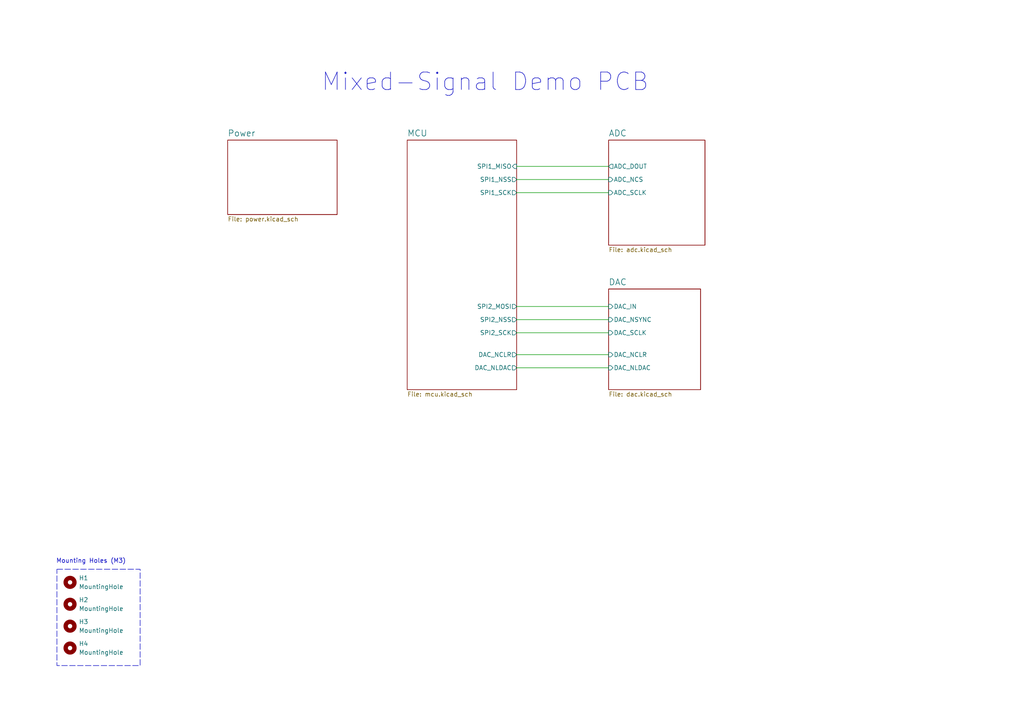
<source format=kicad_sch>
(kicad_sch (version 20231120) (generator "eeschema") (generator_version "8.0")
  (paper "A4")
  (title_block (title "Mixed-Signal Demo PCB") (date "2024-12-21") (rev "0.1") (company "Maanika"))
  (lib_symbols
    (symbol "Mechanical:MountingHole" (pin_names (offset 1.016)) (exclude_from_sim yes) (in_bom no)
      (property "Reference" "H" (at 0 5.08 0))
      (property "Value" "MountingHole" (at 0 3.175 0))
      (symbol "MountingHole_0_1"
        (circle (center 0 0) (radius 1.27) (stroke (width 1.27)))
      )
    )
  )
  (wire (pts (xy 149.86 48.26) (xy 176.53 48.26)))
  (wire (pts (xy 149.86 52.07) (xy 176.53 52.07)))
  (wire (pts (xy 149.86 55.88) (xy 176.53 55.88)))
  (wire (pts (xy 149.86 96.52) (xy 176.53 96.52)))
  (wire (pts (xy 149.86 92.71) (xy 176.53 92.71)))
  (wire (pts (xy 149.86 102.87) (xy 176.53 102.87)))
  (wire (pts (xy 149.86 106.68) (xy 176.53 106.68)))
  (wire (pts (xy 149.86 88.9) (xy 176.53 88.9)))
  (rectangle (start 16.51 165.1) (end 40.64 193.04) (stroke (width 0) (type dash)))
  (text "Mixed-Signal Demo PCB" (at 140.716 23.876 0) (effects (font (size 5.08 5.08))))
  (text "Mounting Holes (M3)" (at 26.416 162.814 0) (effects (font (size 1.27 1.27))))
  (symbol (lib_id "Mechanical:MountingHole") (at 20.32 187.96 0) (unit 1) (exclude_from_sim yes) (in_bom no)
    (property "Reference" "H4" (at 22.86 186.6899 0) (effects (justify left)))
    (property "Value" "MountingHole" (at 22.86 189.2299 0) (effects (justify left)))
    (property "Footprint" "MountingHole:MountingHole_3.2mm_M3" (effects (hide yes)))
    (property "Description" "Mounting Hole without connection" (effects (hide yes)))
  )
  (symbol (lib_id "Mechanical:MountingHole") (at 20.32 168.91 0) (unit 1) (exclude_from_sim yes) (in_bom no)
    (property "Reference" "H1" (at 22.86 167.6399 0) (effects (justify left)))
    (property "Value" "MountingHole" (at 22.86 170.1799 0) (effects (justify left)))
    (property "Footprint" "MountingHole:MountingHole_3.2mm_M3" (effects (hide yes)))
    (property "Description" "Mounting Hole without connection" (effects (hide yes)))
  )
  (symbol (lib_id "Mechanical:MountingHole") (at 20.32 181.61 0) (unit 1) (exclude_from_sim yes) (in_bom no)
    (property "Reference" "H3" (at 22.86 180.3399 0) (effects (justify left)))
    (property "Value" "MountingHole" (at 22.86 182.8799 0) (effects (justify left)))
    (property "Footprint" "MountingHole:MountingHole_3.2mm_M3" (effects (hide yes)))
    (property "Description" "Mounting Hole without connection" (effects (hide yes)))
  )
  (symbol (lib_id "Mechanical:MountingHole") (at 20.32 175.26 0) (unit 1) (exclude_from_sim yes) (in_bom no)
    (property "Reference" "H2" (at 22.86 173.9899 0) (effects (justify left)))
    (property "Value" "MountingHole" (at 22.86 176.5299 0) (effects (justify left)))
    (property "Footprint" "MountingHole:MountingHole_3.2mm_M3" (effects (hide yes)))
    (property "Description" "Mounting Hole without connection" (effects (hide yes)))
  )
  (sheet (at 176.53 40.64) (size 27.94 30.48) (stroke (width 0.1524))
    (property "Sheetname" "ADC" (at 176.53 39.6744 0) (effects (font (size 1.778 1.778)) (justify left bottom)))
    (property "Sheetfile" "adc.kicad_sch" (at 176.53 71.7046 0) (effects (justify left top)))
    (pin "ADC_SCLK" input (at 176.53 55.88 180))
    (pin "ADC_NCS" input (at 176.53 52.07 180))
    (pin "ADC_DOUT" output (at 176.53 48.26 180))
  )
  (sheet (at 66.04 40.64) (size 31.75 21.59) (stroke (width 0.1524))
    (property "Sheetname" "Power" (at 66.04 39.6744 0) (effects (font (size 1.778 1.778)) (justify left bottom)))
    (property "Sheetfile" "power.kicad_sch" (at 66.04 62.8146 0) (effects (justify left top)))
  )
  (sheet (at 176.53 83.82) (size 26.67 29.21) (stroke (width 0.1524))
    (property "Sheetname" "DAC" (at 176.53 82.8544 0) (effects (font (size 1.778 1.778)) (justify left bottom)))
    (property "Sheetfile" "dac.kicad_sch" (at 176.53 113.6146 0) (effects (justify left top)))
    (pin "DAC_NLDAC" input (at 176.53 106.68 180))
    (pin "DAC_NCLR" input (at 176.53 102.87 180))
    (pin "DAC_SCLK" input (at 176.53 96.52 180))
    (pin "DAC_IN" input (at 176.53 88.9 180))
    (pin "DAC_NSYNC" input (at 176.53 92.71 180))
  )
  (sheet (at 118.11 40.64) (size 31.75 72.39) (stroke (width 0.1524))
    (property "Sheetname" "MCU" (at 118.11 39.6744 0) (effects (font (size 1.778 1.778)) (justify left bottom)))
    (property "Sheetfile" "mcu.kicad_sch" (at 118.11 113.6146 0) (effects (justify left top)))
    (pin "SPI1_NSS" output (at 149.86 52.07 0))
    (pin "SPI1_SCK" output (at 149.86 55.88 0))
    (pin "SPI1_MISO" input (at 149.86 48.26 0))
    (pin "SPI2_MOSI" output (at 149.86 88.9 0))
    (pin "SPI2_SCK" output (at 149.86 96.52 0))
    (pin "SPI2_NSS" output (at 149.86 92.71 0))
    (pin "DAC_NCLR" output (at 149.86 102.87 0))
    (pin "DAC_NLDAC" output (at 149.86 106.68 0))
  )
)
</source>
